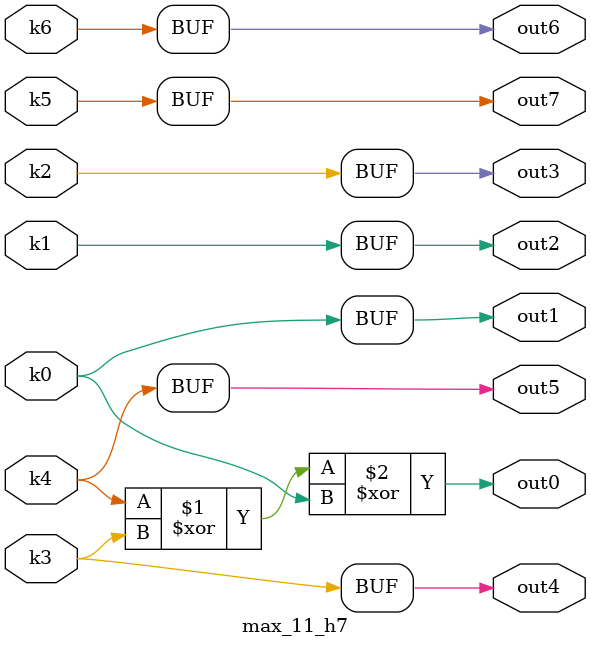
<source format=v>
module max_11(pi00, pi01, pi02, pi03, pi04, pi05, pi06, pi07, pi08, pi09, pi10, pi11, pi12, pi13, pi14, pi15, po0, po1, po2, po3, po4, po5, po6, po7);
input pi00, pi01, pi02, pi03, pi04, pi05, pi06, pi07, pi08, pi09, pi10, pi11, pi12, pi13, pi14, pi15;
output po0, po1, po2, po3, po4, po5, po6, po7;
wire k0, k1, k2, k3, k4, k5, k6;
max_11_w7 DUT1 (pi00, pi01, pi02, pi03, pi04, pi05, pi06, pi07, pi08, pi09, pi10, pi11, pi12, pi13, pi14, pi15, k0, k1, k2, k3, k4, k5, k6);
max_11_h7 DUT2 (k0, k1, k2, k3, k4, k5, k6, po0, po1, po2, po3, po4, po5, po6, po7);
endmodule

module max_11_w7(in15, in14, in13, in12, in11, in10, in9, in8, in7, in6, in5, in4, in3, in2, in1, in0, k6, k5, k4, k3, k2, k1, k0);
input in15, in14, in13, in12, in11, in10, in9, in8, in7, in6, in5, in4, in3, in2, in1, in0;
output k6, k5, k4, k3, k2, k1, k0;
assign k0 =   in0 ? in2 : (in6 ? ~in13 : ~in9);
assign k1 =   in0 ? in3 : (in6 ? ~in14 : ~in10);
assign k2 =   in0 ? in5 : (in6 ? ~in15 : ~in11);
assign k3 =   in1 & (in6 ? in12 : in8);
assign k4 =   (in1 | (in6 ? in12 : in8)) & ((in5 & in4) | ((in15 | ~in6 | (in13 & in2) | (in14 & in3)) & (in11 | in6 | (in9 & in2) | (in10 & in3)))) & ((in3 & (in5 | in4)) | ((in14 | ~in6 | (in13 & in2)) & (in10 | in6 | (in9 & in2)))) & ((in2 & (in3 | in5 | in4)) | (in6 ? in13 : in9)) & (in5 | in4 | in2 | in3);
assign k5 =   ~in11 & in15;
assign k6 =   ((~in12 | in8) & (((~in13 | in9) & (((~in14 | in10) & (in7 | (~in15 & in11))) | (~in14 & in10))) | (~in13 & in9))) | (~in12 & in8);
endmodule

module max_11_h7(k6, k5, k4, k3, k2, k1, k0, out7, out6, out5, out4, out3, out2, out1, out0);
input k6, k5, k4, k3, k2, k1, k0;
output out7, out6, out5, out4, out3, out2, out1, out0;
assign out0 = k4 ^ k3 ^ k0;
assign out1 = k0;
assign out2 = k1;
assign out3 = k2;
assign out4 = k3;
assign out5 = k4;
assign out6 = k6;
assign out7 = k5;
endmodule

</source>
